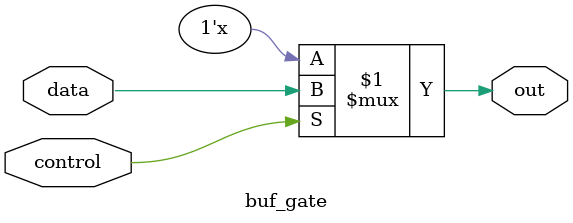
<source format=v>
`timescale 1ns / 1ps
module buf_gate(out,data,control);
    input data, control;
	 output out;

    bufif1 (out,data,control);

endmodule

</source>
